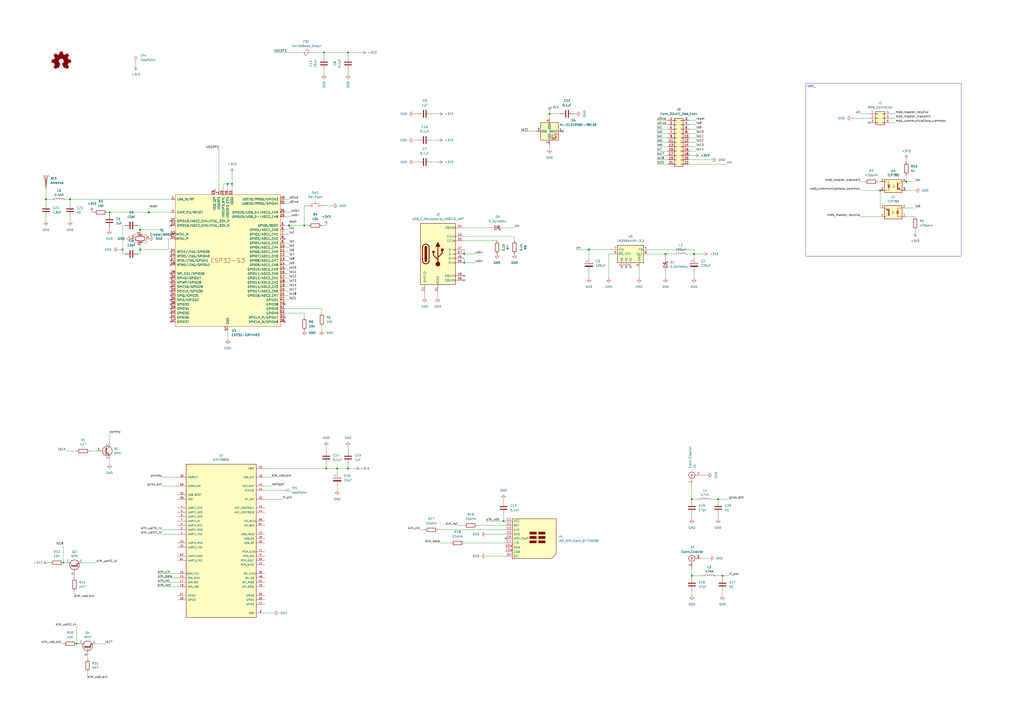
<source format=kicad_sch>
(kicad_sch (version 20250114) (generator "eeschema") (generator_version "9.0")
  (paper "A2")
  (text_box "VMC_" (at 467.36 48.26 0) (size 90.17 100.33) (margins 0.9525 0.9525 0.9525 0.9525) (effects (font (size 1.27 1.27)) (justify left top)))
  (junction (at 189.23 271.78))
  (junction (at 167.64 130.81))
  (junction (at 401.32 334.01))
  (junction (at 26.67 115.57))
  (junction (at 176.53 130.81))
  (junction (at 386.08 147.32))
  (junction (at 86.36 123.19))
  (junction (at 269.24 152.4))
  (junction (at 81.28 144.78))
  (junction (at 81.28 133.35))
  (junction (at 36.83 326.39))
  (junction (at 134.62 106.68))
  (junction (at 510.54 110.49))
  (junction (at 292.1 302.26))
  (junction (at 71.12 144.78))
  (junction (at 40.64 115.57))
  (junction (at 341.63 144.78))
  (junction (at 269.24 147.32))
  (junction (at 419.1 334.01))
  (junction (at 201.93 30.48))
  (junction (at 63.5 123.19))
  (junction (at 195.58 271.78))
  (junction (at 187.96 30.48))
  (junction (at 201.93 271.78))
  (junction (at 416.56 289.56))
  (junction (at 402.59 147.32))
  (junction (at 44.45 373.38))
  (junction (at 401.32 289.56))
  (junction (at 132.08 106.68))
  (junction (at 318.77 66.04))
  (junction (at 525.78 105.41))
  (no_connect (at 269.24 160.02))
  (no_connect (at 99.06 176.53))
  (no_connect (at 504.19 71.12))
  (no_connect (at 269.24 162.56))
  (no_connect (at 99.06 158.75))
  (no_connect (at 99.06 179.07))
  (no_connect (at 365.76 154.94))
  (no_connect (at 99.06 151.13))
  (no_connect (at 99.06 166.37))
  (no_connect (at 99.06 130.81))
  (no_connect (at 326.39 76.2))
  (no_connect (at 99.06 186.69))
  (no_connect (at 99.06 163.83))
  (no_connect (at 99.06 171.45))
  (no_connect (at 124.46 110.49))
  (no_connect (at 99.06 148.59))
  (no_connect (at 99.06 153.67))
  (no_connect (at 99.06 128.27))
  (no_connect (at 99.06 184.15))
  (no_connect (at 99.06 173.99))
  (no_connect (at 165.1 176.53))
  (no_connect (at 360.68 154.94))
  (no_connect (at 293.37 312.42))
  (no_connect (at 165.1 186.69))
  (no_connect (at 99.06 168.91))
  (no_connect (at 363.22 154.94))
  (no_connect (at 165.1 138.43))
  (no_connect (at 99.06 181.61))
  (no_connect (at 99.06 161.29))
  (no_connect (at 99.06 146.05))
  (no_connect (at 165.1 184.15))
  (wire (pts (xy 177.8 119.38) (xy 176.53 119.38)))
  (wire (pts (xy 26.67 115.57) (xy 30.48 115.57)))
  (wire (pts (xy 499.11 110.49) (xy 510.54 110.49)))
  (wire (pts (xy 35.56 373.38) (xy 36.83 373.38)))
  (wire (pts (xy 255.27 314.96) (xy 261.62 314.96)))
  (wire (pts (xy 102.87 335.28) (xy 91.44 335.28)))
  (wire (pts (xy 189.23 271.78) (xy 195.58 271.78)))
  (wire (pts (xy 201.93 269.24) (xy 201.93 271.78)))
  (wire (pts (xy 400.05 90.17) (xy 402.59 90.17)))
  (wire (pts (xy 318.77 64.77) (xy 318.77 66.04)))
  (wire (pts (xy 165.1 179.07) (xy 186.69 179.07)))
  (wire (pts (xy 499.11 105.41) (xy 501.65 105.41)))
  (wire (pts (xy 254 66.04) (xy 250.19 66.04)))
  (wire (pts (xy 254 172.72) (xy 254 170.18)))
  (wire (pts (xy 292.1 289.56) (xy 292.1 290.83)))
  (wire (pts (xy 525.78 110.49) (xy 530.86 110.49)))
  (wire (pts (xy 63.5 269.24) (xy 63.5 266.7)))
  (wire (pts (xy 405.13 289.56) (xy 401.32 289.56)))
  (wire (pts (xy 246.38 307.34) (xy 243.84 307.34)))
  (wire (pts (xy 516.89 71.12) (xy 519.43 71.12)))
  (wire (pts (xy 402.59 149.86) (xy 402.59 147.32)))
  (wire (pts (xy 353.06 147.32) (xy 355.6 147.32)))
  (wire (pts (xy 99.06 135.89) (xy 93.98 135.89)))
  (wire (pts (xy 71.12 147.32) (xy 72.39 147.32)))
  (wire (pts (xy 334.01 66.04) (xy 332.74 66.04)))
  (wire (pts (xy 325.12 66.04) (xy 318.77 66.04)))
  (wire (pts (xy 403.86 77.47) (xy 400.05 77.47)))
  (wire (pts (xy 381 95.25) (xy 387.35 95.25)))
  (wire (pts (xy 410.21 275.59) (xy 406.4 275.59)))
  (wire (pts (xy 269.24 137.16) (xy 298.45 137.16)))
  (wire (pts (xy 402.59 161.29) (xy 402.59 157.48)))
  (wire (pts (xy 530.86 133.35) (xy 530.86 134.62)))
  (wire (pts (xy 341.63 144.78) (xy 355.6 144.78)))
  (wire (pts (xy 195.58 271.78) (xy 201.93 271.78)))
  (wire (pts (xy 165.1 146.05) (xy 167.64 146.05)))
  (wire (pts (xy 80.01 147.32) (xy 81.28 147.32)))
  (wire (pts (xy 403.86 85.09) (xy 400.05 85.09)))
  (wire (pts (xy 165.1 173.99) (xy 167.64 173.99)))
  (wire (pts (xy 318.77 86.36) (xy 318.77 83.82)))
  (wire (pts (xy 43.18 342.9) (xy 43.18 346.71)))
  (wire (pts (xy 269.24 314.96) (xy 293.37 314.96)))
  (wire (pts (xy 63.5 124.46) (xy 63.5 123.19)))
  (wire (pts (xy 302.26 76.2) (xy 311.15 76.2)))
  (wire (pts (xy 189.23 269.24) (xy 189.23 271.78)))
  (wire (pts (xy 80.01 130.81) (xy 81.28 130.81)))
  (wire (pts (xy 201.93 30.48) (xy 201.93 33.02)))
  (wire (pts (xy 403.86 72.39) (xy 400.05 72.39)))
  (wire (pts (xy 158.75 30.48) (xy 175.26 30.48)))
  (wire (pts (xy 86.36 123.19) (xy 99.06 123.19)))
  (wire (pts (xy 165.1 123.19) (xy 168.91 123.19)))
  (wire (pts (xy 26.67 128.27) (xy 26.67 125.73)))
  (wire (pts (xy 334.01 144.78) (xy 341.63 144.78)))
  (wire (pts (xy 157.48 281.94) (xy 153.67 281.94)))
  (wire (pts (xy 97.79 144.78) (xy 97.79 138.43)))
  (wire (pts (xy 127 86.36) (xy 127 110.49)))
  (wire (pts (xy 62.23 123.19) (xy 63.5 123.19)))
  (wire (pts (xy 415.29 334.01) (xy 419.1 334.01)))
  (wire (pts (xy 165.1 163.83) (xy 167.64 163.83)))
  (wire (pts (xy 165.1 135.89) (xy 167.64 135.89)))
  (wire (pts (xy 381 87.63) (xy 387.35 87.63)))
  (wire (pts (xy 165.1 130.81) (xy 167.64 130.81)))
  (wire (pts (xy 167.64 129.54) (xy 167.64 130.81)))
  (wire (pts (xy 71.12 144.78) (xy 71.12 147.32)))
  (wire (pts (xy 165.1 181.61) (xy 176.53 181.61)))
  (wire (pts (xy 402.59 147.32) (xy 398.78 147.32)))
  (wire (pts (xy 391.16 147.32) (xy 386.08 147.32)))
  (wire (pts (xy 81.28 147.32) (xy 81.28 144.78)))
  (wire (pts (xy 176.53 119.38) (xy 176.53 130.81)))
  (wire (pts (xy 187.96 43.18) (xy 187.96 40.64)))
  (wire (pts (xy 412.75 92.71) (xy 400.05 92.71)))
  (wire (pts (xy 201.93 30.48) (xy 187.96 30.48)))
  (wire (pts (xy 63.5 123.19) (xy 86.36 123.19)))
  (wire (pts (xy 318.77 66.04) (xy 318.77 68.58)))
  (wire (pts (xy 403.86 80.01) (xy 400.05 80.01)))
  (wire (pts (xy 419.1 334.01) (xy 422.91 334.01)))
  (wire (pts (xy 246.38 170.18) (xy 246.38 172.72)))
  (wire (pts (xy 403.86 87.63) (xy 400.05 87.63)))
  (wire (pts (xy 132.08 191.77) (xy 132.08 196.85)))
  (wire (pts (xy 381 80.01) (xy 387.35 80.01)))
  (wire (pts (xy 165.1 166.37) (xy 167.64 166.37)))
  (wire (pts (xy 132.08 110.49) (xy 132.08 106.68)))
  (wire (pts (xy 176.53 184.15) (xy 176.53 181.61)))
  (wire (pts (xy 240.03 81.28) (xy 242.57 81.28)))
  (wire (pts (xy 165.1 153.67) (xy 167.64 153.67)))
  (wire (pts (xy 401.32 334.01) (xy 401.32 335.28)))
  (wire (pts (xy 254 81.28) (xy 250.19 81.28)))
  (wire (pts (xy 187.96 30.48) (xy 187.96 33.02)))
  (wire (pts (xy 93.98 135.89) (xy 93.98 133.35)))
  (wire (pts (xy 341.63 149.86) (xy 341.63 144.78)))
  (wire (pts (xy 341.63 161.29) (xy 341.63 157.48)))
  (wire (pts (xy 412.75 289.56) (xy 416.56 289.56)))
  (wire (pts (xy 381 90.17) (xy 387.35 90.17)))
  (wire (pts (xy 54.61 123.19) (xy 53.34 123.19)))
  (wire (pts (xy 26.67 109.22) (xy 26.67 115.57)))
  (wire (pts (xy 153.67 271.78) (xy 189.23 271.78)))
  (wire (pts (xy 81.28 133.35) (xy 93.98 133.35)))
  (wire (pts (xy 163.83 289.56) (xy 153.67 289.56)))
  (wire (pts (xy 416.56 300.99) (xy 416.56 298.45)))
  (wire (pts (xy 525.78 105.41) (xy 530.86 105.41)))
  (wire (pts (xy 129.54 110.49) (xy 129.54 106.68)))
  (wire (pts (xy 165.1 140.97) (xy 167.64 140.97)))
  (wire (pts (xy 386.08 157.48) (xy 386.08 161.29)))
  (wire (pts (xy 381 85.09) (xy 387.35 85.09)))
  (wire (pts (xy 195.58 284.48) (xy 195.58 281.94)))
  (wire (pts (xy 36.83 326.39) (xy 38.1 326.39)))
  (wire (pts (xy 40.64 128.27) (xy 40.64 125.73)))
  (wire (pts (xy 402.59 144.78) (xy 402.59 147.32)))
  (wire (pts (xy 386.08 149.86) (xy 386.08 147.32)))
  (wire (pts (xy 407.67 334.01) (xy 401.32 334.01)))
  (wire (pts (xy 38.1 261.62) (xy 44.45 261.62)))
  (wire (pts (xy 40.64 115.57) (xy 99.06 115.57)))
  (wire (pts (xy 26.67 118.11) (xy 26.67 115.57)))
  (wire (pts (xy 186.69 189.23) (xy 186.69 191.77)))
  (wire (pts (xy 381 72.39) (xy 387.35 72.39)))
  (wire (pts (xy 63.5 133.35) (xy 63.5 132.08)))
  (wire (pts (xy 254 93.98) (xy 250.19 93.98)))
  (wire (pts (xy 403.86 69.85) (xy 400.05 69.85)))
  (wire (pts (xy 240.03 93.98) (xy 242.57 93.98)))
  (wire (pts (xy 375.92 144.78) (xy 402.59 144.78)))
  (wire (pts (xy 186.69 130.81) (xy 189.23 130.81)))
  (wire (pts (xy 71.12 130.81) (xy 71.12 144.78)))
  (wire (pts (xy 292.1 298.45) (xy 292.1 302.26)))
  (wire (pts (xy 353.06 161.29) (xy 353.06 147.32)))
  (wire (pts (xy 134.62 100.33) (xy 134.62 106.68)))
  (wire (pts (xy 52.07 261.62) (xy 55.88 261.62)))
  (wire (pts (xy 381 77.47) (xy 387.35 77.47)))
  (wire (pts (xy 187.96 119.38) (xy 193.04 119.38)))
  (wire (pts (xy 50.8 389.89) (xy 50.8 393.7)))
  (wire (pts (xy 134.62 106.68) (xy 134.62 110.49)))
  (wire (pts (xy 165.1 168.91) (xy 167.64 168.91)))
  (wire (pts (xy 167.64 158.75) (xy 165.1 158.75)))
  (wire (pts (xy 381 82.55) (xy 387.35 82.55)))
  (wire (pts (xy 201.93 259.08) (xy 201.93 261.62)))
  (wire (pts (xy 370.84 161.29) (xy 370.84 154.94)))
  (wire (pts (xy 293.37 309.88) (xy 281.94 309.88)))
  (wire (pts (xy 416.56 289.56) (xy 416.56 290.83)))
  (wire (pts (xy 401.32 300.99) (xy 401.32 298.45)))
  (wire (pts (xy 407.67 147.32) (xy 402.59 147.32)))
  (wire (pts (xy 269.24 139.7) (xy 288.29 139.7)))
  (wire (pts (xy 40.64 118.11) (xy 40.64 115.57)))
  (wire (pts (xy 254 307.34) (xy 293.37 307.34)))
  (wire (pts (xy 179.07 130.81) (xy 176.53 130.81)))
  (wire (pts (xy 50.8 382.27) (xy 50.8 381)))
  (wire (pts (xy 403.86 82.55) (xy 400.05 82.55)))
  (wire (pts (xy 516.89 68.58) (xy 519.43 68.58)))
  (wire (pts (xy 209.55 30.48) (xy 201.93 30.48)))
  (wire (pts (xy 81.28 134.62) (xy 81.28 133.35)))
  (wire (pts (xy 421.64 95.25) (xy 400.05 95.25)))
  (wire (pts (xy 403.86 74.93) (xy 400.05 74.93)))
  (wire (pts (xy 81.28 144.78) (xy 81.28 142.24)))
  (wire (pts (xy 411.48 323.85) (xy 406.4 323.85)))
  (wire (pts (xy 201.93 43.18) (xy 201.93 40.64)))
  (wire (pts (xy 167.64 130.81) (xy 176.53 130.81)))
  (wire (pts (xy 381 92.71) (xy 387.35 92.71)))
  (wire (pts (xy 269.24 149.86) (xy 269.24 152.4)))
  (wire (pts (xy 93.98 281.94) (xy 102.87 281.94)))
  (wire (pts (xy 165.1 133.35) (xy 167.64 133.35)))
  (wire (pts (xy 499.11 66.04) (xy 504.19 66.04)))
  (wire (pts (xy 163.83 284.48) (xy 153.67 284.48)))
  (wire (pts (xy 165.1 156.21) (xy 167.64 156.21)))
  (wire (pts (xy 401.32 328.93) (xy 401.32 334.01)))
  (wire (pts (xy 381 74.93) (xy 387.35 74.93)))
  (wire (pts (xy 281.94 322.58) (xy 293.37 322.58)))
  (wire (pts (xy 525.78 120.65) (xy 530.86 120.65)))
  (wire (pts (xy 292.1 302.26) (xy 281.94 302.26)))
  (wire (pts (xy 189.23 259.08) (xy 189.23 261.62)))
  (wire (pts (xy 265.43 304.8) (xy 269.24 304.8)))
  (wire (pts (xy 269.24 147.32) (xy 275.59 147.32)))
  (wire (pts (xy 165.1 171.45) (xy 167.64 171.45)))
  (wire (pts (xy 494.03 68.58) (xy 504.19 68.58)))
  (wire (pts (xy 55.88 326.39) (xy 48.26 326.39)))
  (wire (pts (xy 293.37 304.8) (xy 276.86 304.8)))
  (wire (pts (xy 499.11 125.73) (xy 510.54 125.73)))
  (wire (pts (xy 401.32 345.44) (xy 401.32 342.9)))
  (wire (pts (xy 187.96 30.48) (xy 180.34 30.48)))
  (wire (pts (xy 91.44 332.74) (xy 102.87 332.74)))
  (wire (pts (xy 97.79 138.43) (xy 99.06 138.43)))
  (wire (pts (xy 27.94 326.39) (xy 29.21 326.39)))
  (wire (pts (xy 43.18 335.28) (xy 43.18 334.01)))
  (wire (pts (xy 40.64 115.57) (xy 38.1 115.57)))
  (wire (pts (xy 416.56 289.56) (xy 422.91 289.56)))
  (wire (pts (xy 292.1 132.08) (xy 298.45 132.08)))
  (wire (pts (xy 102.87 337.82) (xy 91.44 337.82)))
  (wire (pts (xy 102.87 340.36) (xy 91.44 340.36)))
  (wire (pts (xy 63.5 251.46) (xy 63.5 256.54)))
  (wire (pts (xy 165.1 151.13) (xy 167.64 151.13)))
  (wire (pts (xy 509.27 105.41) (xy 510.54 105.41)))
  (wire (pts (xy 401.32 289.56) (xy 401.32 290.83)))
  (wire (pts (xy 525.78 92.71) (xy 525.78 93.98)))
  (wire (pts (xy 71.12 130.81) (xy 72.39 130.81)))
  (wire (pts (xy 165.1 148.59) (xy 167.64 148.59)))
  (wire (pts (xy 401.32 280.67) (xy 401.32 289.56)))
  (wire (pts (xy 157.48 276.86) (xy 153.67 276.86)))
  (wire (pts (xy 165.1 115.57) (xy 167.64 115.57)))
  (wire (pts (xy 186.69 179.07) (xy 186.69 181.61)))
  (wire (pts (xy 44.45 363.22) (xy 44.45 373.38)))
  (wire (pts (xy 93.98 276.86) (xy 102.87 276.86)))
  (wire (pts (xy 81.28 144.78) (xy 97.79 144.78)))
  (wire (pts (xy 386.08 147.32) (xy 375.92 147.32)))
  (wire (pts (xy 525.78 101.6) (xy 525.78 105.41)))
  (wire (pts (xy 60.96 373.38) (xy 55.88 373.38)))
  (wire (pts (xy 165.1 161.29) (xy 167.64 161.29)))
  (wire (pts (xy 81.28 130.81) (xy 81.28 133.35)))
  (wire (pts (xy 129.54 106.68) (xy 132.08 106.68)))
  (wire (pts (xy 165.1 143.51) (xy 167.64 143.51)))
  (wire (pts (xy 419.1 345.44) (xy 419.1 342.9)))
  (wire (pts (xy 165.1 118.11) (xy 167.64 118.11)))
  (wire (pts (xy 516.89 66.04) (xy 519.43 66.04)))
  (wire (pts (xy 78.74 38.1) (xy 78.74 36.83)))
  (wire (pts (xy 86.36 120.65) (xy 86.36 123.19)))
  (wire (pts (xy 93.98 307.34) (xy 102.87 307.34)))
  (wire (pts (xy 269.24 144.78) (xy 269.24 147.32)))
  (wire (pts (xy 293.37 302.26) (xy 292.1 302.26)))
  (wire (pts (xy 381 69.85) (xy 387.35 69.85)))
  (wire (pts (xy 419.1 334.01) (xy 419.1 335.28)))
  (wire (pts (xy 510.54 110.49) (xy 510.54 120.65)))
  (wire (pts (xy 269.24 132.08) (xy 284.48 132.08)))
  (wire (pts (xy 240.03 66.04) (xy 242.57 66.04)))
  (wire (pts (xy 44.45 373.38) (xy 45.72 373.38)))
  (wire (pts (xy 68.58 144.78) (xy 71.12 144.78)))
  (wire (pts (xy 269.24 152.4) (xy 275.59 152.4)))
  (wire (pts (xy 298.45 137.16) (xy 298.45 139.7)))
  (wire (pts (xy 201.93 271.78) (xy 205.74 271.78)))
  (wire (pts (xy 525.78 125.73) (xy 530.86 125.73)))
  (wire (pts (xy 195.58 274.32) (xy 195.58 271.78)))
  (wire (pts (xy 36.83 316.23) (xy 36.83 326.39)))
  (wire (pts (xy 132.08 106.68) (xy 134.62 106.68)))
  (wire (pts (xy 93.98 309.88) (xy 102.87 309.88)))
  (wire (pts (xy 165.1 125.73) (xy 168.91 125.73)))
  (wire (pts (xy 158.75 355.6) (xy 153.67 355.6)))
  (label "u0txd" (at 167.64 115.57 0))
  (label "reset" (at 86.36 120.65 0))
  (label "io18" (at 381 92.71 0))
  (label "usb+" (at 168.91 123.19 0))
  (label "sim_vdd" (at 91.44 340.36 0))
  (label "vin" (at 334.01 144.78 0))
  (label "vin" (at 298.45 132.08 0))
  (label "io1" (at 381 74.93 0))
  (label "sim_vdd_ext" (at 43.18 346.71 0))
  (label "io21" (at 302.26 76.2 0))
  (label "usb+" (at 275.59 152.4 0))
  (label "VDD3P3" (at 127 86.36 180))
  (label "reset" (at 403.86 69.85 0))
  (label "boot" (at 167.64 129.54 0))
  (label "sim_rst" (at 91.44 337.82 0))
  (label "io5" (at 381 82.55 0))
  (label "io7" (at 381 87.63 0))
  (label "sim_vdd_ext" (at 35.56 373.38 180))
  (label "sim_clk" (at 243.84 307.34 180))
  (label "io5" (at 530.86 120.65 0))
  (label "usb-" (at 168.91 125.73 0))
  (label "io9" (at 167.64 153.67 0))
  (label "sim_clk" (at 91.44 332.74 0))
  (label "sim_uart1_rx" (at 93.98 307.34 180))
  (label "io2" (at 167.64 135.89 0))
  (label "sim_uart1_rx" (at 44.45 363.22 180))
  (label "sim_rst" (at 265.43 304.8 180))
  (label "io14" (at 403.86 87.63 0))
  (label "usb-" (at 275.59 147.32 0))
  (label "io17" (at 381 90.17 0))
  (label "io1" (at 167.64 133.35 0))
  (label "io12" (at 167.64 161.29 0))
  (label "mdb_master_receive" (at 499.11 125.73 180))
  (label "io13" (at 167.64 163.83 0))
  (label "mdb_master_transmit" (at 499.11 105.41 180))
  (label "sim_uart1_tx" (at 93.98 309.88 180))
  (label "io14" (at 167.64 166.37 0))
  (label "pwrkey" (at 63.5 251.46 0))
  (label "io4" (at 381 80.01 0))
  (label "sim_vdd_ext" (at 157.48 276.86 0))
  (label "mdb_master_receive" (at 519.43 66.04 0))
  (label "mdb_communications_common" (at 519.43 71.12 0))
  (label "io12" (at 403.86 82.55 0))
  (label "sim_data" (at 255.27 314.96 180))
  (label "io10" (at 167.64 156.21 0))
  (label "io6" (at 167.64 146.05 0))
  (label "u0rxd" (at 167.64 118.11 0))
  (label "gnss_ant" (at 93.98 281.94 180))
  (label "io8" (at 167.64 151.13 0))
  (label "io6" (at 381 85.09 0))
  (label "io2" (at 381 77.47 0))
  (label "io4" (at 167.64 140.97 0))
  (label "io11" (at 167.64 158.75 0))
  (label "sim_data" (at 91.44 335.28 0))
  (label "VDD3P3" (at 158.75 30.48 0))
  (label "io11" (at 403.86 80.01 0))
  (label "io21" (at 167.64 173.99 0))
  (label "io14" (at 38.1 261.62 180))
  (label "io4" (at 530.86 105.41 0))
  (label "io18" (at 167.64 171.45 0))
  (label "io7" (at 167.64 148.59 0))
  (label "io18" (at 36.83 316.23 180))
  (label "io10" (at 403.86 77.47 0))
  (label "io17" (at 60.96 373.38 0))
  (label "io5" (at 167.64 143.51 0))
  (label "mdb_master_transmit" (at 519.43 68.58 0))
  (label "sim_vdd_ext" (at 50.8 393.7 0))
  (label "io17" (at 167.64 168.91 0))
  (label "u0txd" (at 381 69.85 0))
  (label "io21" (at 381 95.25 0))
  (label "io9" (at 403.86 74.93 0))
  (label "u0rxd" (at 381 72.39 0))
  (label "io13" (at 403.86 85.09 0))
  (label "sim_vdd" (at 281.94 302.26 0))
  (label "vin" (at 499.11 66.04 180))
  (label "rf_ant" (at 163.83 289.56 0))
  (label "vin" (at 421.64 95.25 0))
  (label "rf_ant" (at 422.91 334.01 0))
  (label "mdb_communications_common" (at 499.11 110.49 180))
  (label "sim_uart1_tx" (at 55.88 326.39 0))
  (label "pwrkey" (at 93.98 276.86 180))
  (label "netlight" (at 157.48 281.94 0))
  (label "io8" (at 403.86 72.39 0))
  (label "gnss_ant" (at 422.91 289.56 0))
  (symbol (lib_id "Device:R") (at 50.8 386.08 180) (unit 1)
    (property "Reference" "R21" (at 53.34 384.8099 0) (effects (justify right)))
    (property "Value" "4K7" (at 53.34 387.3499 0) (effects (justify right)))
    (property "Footprint" "Resistor_SMD:R_0603_1608Metric" (effects (hide yes)))
    (property "LCSC#" "C23162" (effects (hide yes)))
  )
  (symbol (lib_id "power:GND") (at 411.48 323.85 90) (unit 1)
    (property "Reference" "#PWR056" (effects (hide yes)))
    (property "Value" "GND" (at 415.29 323.8499 90) (effects (justify right)))
  )
  (symbol (lib_id "power:GND") (at 132.08 196.85 0) (unit 1)
    (property "Reference" "#PWR026" (effects (hide yes)))
    (property "Value" "GND" (at 132.08 201.93 0))
  )
  (symbol (lib_id "power:+3V3") (at 525.78 92.71 0) (unit 1)
    (property "Reference" "#PWR012" (effects (hide yes)))
    (property "Value" "+3V3" (at 525.78 87.63 0))
  )
  (symbol (lib_id "power:+3V3") (at 402.59 90.17 270) (unit 1)
    (property "Reference" "#PWR030" (effects (hide yes)))
    (property "Value" "+3V3" (at 406.4 90.17 90) (effects (justify left)))
  )
  (symbol (lib_id "power:+3V3") (at 530.86 134.62 180) (unit 1)
    (property "Reference" "#PWR019" (effects (hide yes)))
    (property "Value" "+3V3" (at 530.86 139.7 0))
  )
  (symbol (lib_id "power:GND") (at 412.75 92.71 90) (unit 1)
    (property "Reference" "#PWR033" (effects (hide yes)))
    (property "Value" "GND" (at 416.56 92.71 90) (effects (justify right)))
  )
  (symbol (lib_id "Device:C") (at 201.93 36.83 180) (unit 1)
    (property "Reference" "C8" (at 194.31 36.83 90))
    (property "Value" "0.1uF" (at 196.85 36.83 90))
    (property "Footprint" "Capacitor_SMD:C_0603_1608Metric" (effects (hide yes)))
    (property "LCSC#" "C5137636" (effects (hide yes)))
  )
  (symbol (lib_id "power:+3V3") (at 318.77 64.77 0) (unit 1)
    (property "Reference" "#PWR035" (effects (hide yes)))
    (property "Value" "+3V3" (at 318.77 62.23 0) (effects (justify left)))
  )
  (symbol (lib_id "power:GND") (at 334.01 66.04 90) (unit 1)
    (property "Reference" "#PWR029" (effects (hide yes)))
    (property "Value" "GND" (at 339.09 66.04 0))
  )
  (symbol (lib_id "Isolator:TLP785") (at 518.16 107.95 0) (unit 1)
    (property "Reference" "U4" (at 518.16 99.06 0))
    (property "Value" "TLP785" (at 518.16 101.6 0))
    (property "Footprint" "Package_SO:SOP-4_3.8x4.1mm_P2.54mm" (effects (hide yes)))
    (property "Datasheet" "https://toshiba.semicon-storage.com/info/docget.jsp?did=10569&prodName=TLP785" (effects (hide yes)))
    (property "Description" "DC Optocoupler, Vce 80V, CTR 50-200%, DIP4" (effects (hide yes)))
    (property "LCSC#" "C128776" (effects (hide yes)))
  )
  (symbol (lib_id "Connector:JAE_SIM_Card_SF72S006") (at 293.37 312.42 0) (unit 1)
    (property "Reference" "J4" (at 323.85 311.1499 0) (effects (justify left)))
    (property "Value" "JAE_SIM_Card_SF72S006" (at 323.85 313.6899 0) (effects (justify left)))
    (property "Footprint" "Connector_JAE:JAE_SIM_Card_SF72S006" (effects (hide yes)))
    (property "Datasheet" "https://www.jae.com/direct/topics/topics_file_download/topics_id=68892&ext_no=06&index=0&_lang=en&v=202003111511468456809" (effects (hide yes)))
    (property "Description" "Nano-SIM Card (4FF) connector with Detect Switch" (effects (hide yes)))
    (property "LCSC#" "C2977286" (effects (hide yes)))
  )
  (symbol (lib_id "Graphic:Logo_Open_Hardware_Small") (at 35.56 35.56 0) (unit 1) (exclude_from_sim yes) (in_bom no) (on_board no)
    (property "Reference" "#SYM2" (effects (hide yes)))
    (property "Value" "Logo_Open_Hardware_Small" (effects (hide yes)))
    (property "Footprint" "Symbol:OSHW-Logo2_14.6x12mm_SilkScreen" (effects (hide yes)))
    (property "Description" "Open Hardware logo, small" (effects (hide yes)))
  )
  (symbol (lib_id "Device:L") (at 408.94 289.56 90) (unit 1)
    (property "Reference" "L4" (at 408.94 284.48 90))
    (property "Value" "47nh" (at 408.94 287.02 90))
    (property "Footprint" "Inductor_SMD:L_0603_1608Metric" (effects (hide yes)))
    (property "LCSC#" "C2042508" (effects (hide yes)))
  )
  (symbol (lib_id "Device:C") (at 189.23 265.43 180) (unit 1)
    (property "Reference" "C14" (at 193.04 264.1599 0) (effects (justify right)))
    (property "Value" "0.1uF" (at 193.04 266.6999 0) (effects (justify right)))
    (property "Footprint" "Capacitor_SMD:C_0603_1608Metric" (effects (hide yes)))
    (property "LCSC#" "C5137636" (effects (hide yes)))
  )
  (symbol (lib_id "Device:R") (at 530.86 129.54 180) (unit 1)
    (property "Reference" "R5" (at 533.4 128.2699 0) (effects (justify right)))
    (property "Value" "470ohm" (at 533.4 130.8099 0) (effects (justify right)))
    (property "Footprint" "Resistor_SMD:R_0603_1608Metric" (effects (hide yes)))
    (property "Description" "Resistor" (effects (hide yes)))
    (property "LCSC#" "C114669" (effects (hide yes)))
  )
  (symbol (lib_id "power:+3V3") (at 254 81.28 270) (unit 1)
    (property "Reference" "#PWR039" (effects (hide yes)))
    (property "Value" "+3V3" (at 257.81 81.2799 90) (effects (justify left)))
  )
  (symbol (lib_id "Device:R") (at 33.02 326.39 270) (unit 1)
    (property "Reference" "R12" (at 33.02 320.04 90))
    (property "Value" "10K" (at 33.02 322.58 90))
    (property "Footprint" "Resistor_SMD:R_0603_1608Metric" (effects (hide yes)))
    (property "LCSC#" "C98220" (effects (hide yes)))
  )
  (symbol (lib_id "Simulation_SPICE:NPN") (at 60.96 261.62 0) (unit 1)
    (property "Reference" "Q1" (at 66.04 260.3499 0) (effects (justify left)))
    (property "Value" "NPN" (at 66.04 262.8899 0) (effects (justify left)))
    (property "Datasheet" "https://ngspice.sourceforge.io/docs/ngspice-html-manual/manual.xhtml#cha_BJTs" (effects (hide yes)))
    (property "Description" "Bipolar transistor symbol for simulation only, substrate tied to the emitter" (effects (hide yes)))
    (property "Sim.Device" "NPN" (effects (hide yes)))
    (property "Sim.Type" "GUMMELPOON" (effects (hide yes)))
    (property "Sim.Pins" "1=C 2=B 3=E" (effects (hide yes)))
    (property "LCSC#" "C916374" (effects (hide yes)))
  )
  (symbol (lib_id "power:GND") (at 86.36 138.43 90) (unit 1)
    (property "Reference" "#PWR05" (effects (hide yes)))
    (property "Value" "GND" (at 90.17 138.4299 90) (effects (justify right)))
  )
  (symbol (lib_id "power:GND") (at 370.84 161.29 0) (unit 1)
    (property "Reference" "#PWR08" (effects (hide yes)))
    (property "Value" "GND" (at 370.84 166.37 0))
  )
  (symbol (lib_id "Switch:SW_Push") (at 182.88 119.38 0) (unit 1)
    (property "Reference" "SW1" (at 182.88 111.76 0))
    (property "Value" "SW_Push" (at 182.88 114.3 0))
    (property "Footprint" "Button_Switch_SMD:SW_Tactile_SPST_NO_Straight_CK_PTS636Sx25SMTRLFS" (effects (hide yes)))
    (property "LCSC#" "C42435421" (effects (hide yes)))
  )
  (symbol (lib_id "power:+3V3") (at 189.23 130.81 0) (unit 1)
    (property "Reference" "#PWR017" (effects (hide yes)))
    (property "Value" "+3V3" (at 189.23 125.73 0))
  )
  (symbol (lib_id "LED:WS2812B-2020") (at 318.77 76.2 0) (unit 1)
    (property "Reference" "D4" (at 332.74 69.7798 0))
    (property "Value" "XL-2121RGBC-2812B" (at 335.28 72.39 0))
    (property "Footprint" "LED_SMD:LED_WS2812B-2020_PLCC4_2.0x2.0mm" (effects (hide yes)))
    (property "Datasheet" "https://cdn-shop.adafruit.com/product-files/4684/4684_WS2812B-2020_V1.3_EN.pdf" (effects (hide yes)))
    (property "Description" "RGB LED with integrated controller, 2.0 x 2.0 mm, 12 mA" (effects (hide yes)))
    (property "LCSC#" "C5349957" (effects (hide yes)))
  )
  (symbol (lib_id "power:GND") (at 63.5 133.35 0) (unit 1)
    (property "Reference" "#PWR06" (effects (hide yes)))
    (property "Value" "GND" (at 63.5 138.43 0))
  )
  (symbol (lib_id "Device:R") (at 40.64 373.38 270) (unit 1)
    (property "Reference" "R20" (at 40.64 367.03 90))
    (property "Value" "10K" (at 40.64 369.57 90))
    (property "Footprint" "Resistor_SMD:R_0603_1608Metric" (effects (hide yes)))
    (property "LCSC#" "C98220" (effects (hide yes)))
  )
  (symbol (lib_id "Device:C") (at 419.1 339.09 180) (unit 1)
    (property "Reference" "C17" (at 422.91 337.8199 0) (effects (justify right)))
    (property "Value" "NC" (at 422.91 340.3599 0) (effects (justify right)))
    (property "Footprint" "Capacitor_SMD:C_0603_1608Metric" (effects (hide yes)))
  )
  (symbol (lib_id "Simulation_SPICE:NPN") (at 43.18 328.93 90) (unit 1)
    (property "Reference" "Q2" (at 43.18 320.04 90))
    (property "Value" "NPN" (at 43.18 322.58 90))
    (property "Datasheet" "https://ngspice.sourceforge.io/docs/ngspice-html-manual/manual.xhtml#cha_BJTs" (effects (hide yes)))
    (property "Description" "Bipolar transistor symbol for simulation only, substrate tied to the emitter" (effects (hide yes)))
    (property "Sim.Device" "NPN" (effects (hide yes)))
    (property "Sim.Type" "GUMMELPOON" (effects (hide yes)))
    (property "Sim.Pins" "1=C 2=B 3=E" (effects (hide yes)))
    (property "LCSC#" "C916374" (effects (hide yes)))
  )
  (symbol (lib_id "power:+3V3") (at 53.34 123.19 0) (unit 1)
    (property "Reference" "#PWR014" (effects (hide yes)))
    (property "Value" "+3V3" (at 53.34 118.11 0))
  )
  (symbol (lib_id "power:GND") (at 281.94 309.88 270) (unit 1)
    (property "Reference" "#PWR043" (effects (hide yes)))
    (property "Value" "GND" (at 278.13 309.8799 90) (effects (justify right)))
  )
  (symbol (lib_id "power:GND") (at 530.86 110.49 90) (unit 1)
    (property "Reference" "#PWR016" (effects (hide yes)))
    (property "Value" "GND" (at 534.67 110.4899 90) (effects (justify right)))
  )
  (symbol (lib_id "power:+3V3") (at 27.94 326.39 90) (unit 1)
    (property "Reference" "#PWR058" (effects (hide yes)))
    (property "Value" "+3V3" (at 24.638 326.39 90) (effects (justify left)))
  )
  (symbol (lib_id "Connector:USB_C_Receptacle_USB2.0_16P") (at 254 147.32 0) (unit 1)
    (property "Reference" "J2" (at 254 124.46 0))
    (property "Value" "USB_C_Receptacle_USB2.0_16P" (at 254 127 0))
    (property "Footprint" "Connector_USB:USB_C_Receptacle_G-Switch_GT-USB-7010ASV" (effects (hide yes)))
    (property "Datasheet" "https://www.usb.org/sites/default/files/documents/usb_type-c.zip" (effects (hide yes)))
    (property "Description" "USB 2.0-only 16P Type-C Receptacle connector" (effects (hide yes)))
    (property "LCSC#" "C2988369" (effects (hide yes)))
  )
  (symbol (lib_id "Device:C") (at 201.93 265.43 180) (unit 1)
    (property "Reference" "C15" (at 205.74 264.1599 0) (effects (justify right)))
    (property "Value" "1uF" (at 205.74 266.6999 0) (effects (justify right)))
    (property "Footprint" "Capacitor_SMD:C_0603_1608Metric" (effects (hide yes)))
    (property "LCSC#" "C6119849" (effects (hide yes)))
  )
  (symbol (lib_id "Connector_Generic:Conn_02x11_Odd_Even") (at 392.43 82.55 0) (unit 1)
    (property "Reference" "J3" (at 393.7 63.5 0))
    (property "Value" "Conn_02x11_Odd_Even" (at 393.7 66.04 0))
    (property "Footprint" "Connector_PinHeader_2.54mm:PinHeader_2x11_P2.54mm_Vertical" (effects (hide yes)))
    (property "Description" "Generic connector, double row, 02x11, odd/even pin numbering scheme (row 1 odd numbers, row 2 even numbers), script generated (kicad-library-utils/schlib/autogen/connector/)" (effects (hide yes)))
    (property "LCSC#" "C41375952" (effects (hide yes)))
  )
  (symbol (lib_id "SIM7080g:SIM7080G") (at 128.27 312.42 0) (unit 1)
    (property "Reference" "U2" (at 128.27 264.16 0))
    (property "Value" "SIM7080G" (at 128.27 266.7 0))
    (property "Footprint" "SIM7080G:XCVR_SIM7080G" (effects (hide yes)))
    (property "MF" "SIMCom" (effects (hide yes)))
    (property "MAXIMUM_PACKAGE_HEIGHT" "2.6 mm" (effects (hide yes)))
    (property "Package" "Package" (effects (hide yes)))
    (property "Price" "None" (effects (hide yes)))
    (property "Check_prices" "https://www.snapeda.com/parts/SIM7080G/SIMCom/view-part/?ref=eda" (effects (hide yes)))
    (property "STANDARD" "Manufacturer Recommendation" (effects (hide yes)))
    (property "PARTREV" "1.04" (effects (hide yes)))
    (property "SnapEDA_Link" "https://www.snapeda.com/parts/SIM7080G/SIMCom/view-part/?ref=snap" (effects (hide yes)))
    (property "MP" "SIM7080G" (effects (hide yes)))
    (property "Description_1" "Cellular, Navigation Galileo, GLONASS, GPS, GNSS, LTE Transceiver Module 1.559GHz ~ 1.576GHz, 1.575GHz ~ 1.576GHz, 1.574GHz ~ 1.606GHz, 1.598GHz ~ 1.563GHz Antenna Not Included Surface Mount" (effects (hide yes)))
    (property "Availability" "In Stock" (effects (hide yes)))
    (property "MANUFACTURER" "SIMCOM" (effects (hide yes)))
  )
  (symbol (lib_id "power:+3V3") (at 134.62 100.33 0) (unit 1)
    (property "Reference" "#PWR011" (effects (hide yes)))
    (property "Value" "+3V3" (at 134.62 95.25 0))
  )
  (symbol (lib_id "power:+3V3") (at 254 93.98 270) (unit 1)
    (property "Reference" "#PWR020" (effects (hide yes)))
    (property "Value" "+3V3" (at 257.81 93.9799 90) (effects (justify left)))
  )
  (symbol (lib_id "Device:R") (at 298.45 143.51 0) (unit 1)
    (property "Reference" "R8" (at 304.8 143.51 90))
    (property "Value" "5.1k" (at 302.26 143.51 90))
    (property "Footprint" "Resistor_SMD:R_0603_1608Metric" (effects (hide yes)))
    (property "LCSC#" "C394543" (effects (hide yes)))
  )
  (symbol (lib_id "power:GND") (at 189.23 259.08 180) (unit 1)
    (property "Reference" "#PWR049" (effects (hide yes)))
    (property "Value" "GND" (at 189.23 254 0))
  )
  (symbol (lib_id "Device:C") (at 26.67 121.92 180) (unit 1)
    (property "Reference" "C22" (at 30.48 120.6499 0) (effects (justify right)))
    (property "Value" "1.8pf" (at 30.48 123.1899 0) (effects (justify right)))
    (property "Footprint" "Capacitor_SMD:C_0603_1608Metric" (effects (hide yes)))
    (property "LCSC#" "C376773" (effects (hide yes)))
  )
  (symbol (lib_id "power:GND") (at 401.32 345.44 0) (unit 1)
    (property "Reference" "#PWR051" (effects (hide yes)))
    (property "Value" "GND" (at 401.32 350.52 0))
  )
  (symbol (lib_id "power:GND") (at 63.5 269.24 0) (unit 1)
    (property "Reference" "#PWR057" (effects (hide yes)))
    (property "Value" "GND" (at 63.5 274.32 0))
  )
  (symbol (lib_id "Device:R") (at 182.88 130.81 90) (unit 1)
    (property "Reference" "R4" (at 182.88 124.46 90))
    (property "Value" "10k" (at 182.88 127 90))
    (property "Footprint" "Resistor_SMD:R_0603_1608Metric" (effects (hide yes)))
    (property "LCSC#" "C98220" (effects (hide yes)))
  )
  (symbol (lib_id "Device:C") (at 401.32 339.09 180) (unit 1)
    (property "Reference" "C18" (at 405.13 337.8199 0) (effects (justify right)))
    (property "Value" "27pf" (at 405.13 340.3599 0) (effects (justify right)))
    (property "Footprint" "Capacitor_SMD:C_0603_1608Metric" (effects (hide yes)))
  )
  (symbol (lib_id "power:GND") (at 186.69 191.77 0) (unit 1)
    (property "Reference" "#PWR025" (effects (hide yes)))
    (property "Value" "GND" (at 189.23 193.04 0) (effects (justify left)))
  )
  (symbol (lib_id "power:GND") (at 26.67 128.27 0) (unit 1)
    (property "Reference" "#PWR060" (effects (hide yes)))
    (property "Value" "GND" (at 26.67 133.35 0))
  )
  (symbol (lib_id "Regulator_Switching:LM2594HVM-3.3") (at 365.76 147.32 0) (unit 1)
    (property "Reference" "U5" (at 365.76 137.16 0))
    (property "Value" "LM2594HVM-3.3" (at 365.76 139.7 0))
    (property "Footprint" "Package_SO:SOIC-8_3.9x4.9mm_P1.27mm" (effects (hide yes)))
    (property "Datasheet" "http://www.ti.com/lit/ds/symlink/lm2594.pdf" (effects (hide yes)))
    (property "Description" "3.3V, 0.5A SIMPLE SWITCHER® Step-Down Voltage Regulator, Maximum VIN 60V, SOIC-8" (effects (hide yes)))
    (property "LCSC#" "C18057294" (effects (hide yes)))
  )
  (symbol (lib_id "Device:R") (at 288.29 143.51 0) (unit 1)
    (property "Reference" "R7" (at 294.64 143.51 90))
    (property "Value" "5.1k" (at 292.1 143.51 90))
    (property "Footprint" "Resistor_SMD:R_0603_1608Metric" (effects (hide yes)))
    (property "LCSC#" "C394543" (effects (hide yes)))
  )
  (symbol (lib_id "Device:C") (at 63.5 128.27 0) (unit 1)
    (property "Reference" "C1" (at 67.31 126.9999 0) (effects (justify left)))
    (property "Value" "1uF" (at 67.31 129.5399 0) (effects (justify left)))
    (property "Footprint" "Capacitor_SMD:C_0603_1608Metric" (effects (hide yes)))
    (property "LCSC#" "C6119849" (effects (hide yes)))
  )
  (symbol (lib_id "power:GND") (at 288.29 147.32 0) (unit 1)
    (property "Reference" "#PWR022" (effects (hide yes)))
    (property "Value" "GND" (at 288.29 152.4 0))
  )
  (symbol (lib_id "Device:C") (at 187.96 36.83 180) (unit 1)
    (property "Reference" "C11" (at 180.34 36.83 90))
    (property "Value" "10uF" (at 182.88 36.83 90))
    (property "Footprint" "Capacitor_SMD:C_0603_1608Metric" (effects (hide yes)))
    (property "LCSC#" "C6119864" (effects (hide yes)))
  )
  (symbol (lib_id "Device:C") (at 76.2 147.32 90) (unit 1)
    (property "Reference" "C6" (at 76.2 139.7 90))
    (property "Value" "12pF" (at 76.2 142.24 90))
    (property "Footprint" "Capacitor_SMD:C_0603_1608Metric" (effects (hide yes)))
    (property "LCSC#" "C363546" (effects (hide yes)))
  )
  (symbol (lib_id "Device:R") (at 525.78 97.79 0) (unit 1)
    (property "Reference" "R10" (at 528.32 96.5199 0) (effects (justify left)))
    (property "Value" "1k" (at 528.32 99.0599 0) (effects (justify left)))
    (property "Footprint" "Resistor_SMD:R_0603_1608Metric" (effects (hide yes)))
    (property "LCSC#" "C2907113" (effects (hide yes)))
  )
  (symbol (lib_id "Connector:TestPoint") (at 78.74 36.83 0) (unit 1)
    (property "Reference" "TP4" (at 81.28 32.2579 0) (effects (justify left)))
    (property "Value" "TestPoint" (at 81.28 34.7979 0) (effects (justify left)))
    (property "Footprint" "TestPoint:TestPoint_Pad_D1.0mm" (effects (hide yes)))
    (property "Description" "test point" (effects (hide yes)))
  )
  (symbol (lib_id "power:GND") (at 298.45 147.32 0) (unit 1)
    (property "Reference" "#PWR023" (effects (hide yes)))
    (property "Value" "GND" (at 298.45 152.4 0))
  )
  (symbol (lib_id "Device:R") (at 48.26 261.62 270) (unit 1)
    (property "Reference" "R1" (at 48.26 255.27 90))
    (property "Value" "4K7" (at 48.26 257.81 90))
    (property "Footprint" "Resistor_SMD:R_0603_1608Metric" (effects (hide yes)))
    (property "LCSC#" "C23162" (effects (hide yes)))
  )
  (symbol (lib_id "power:GND") (at 158.75 355.6 90) (unit 1)
    (property "Reference" "#PWR031" (effects (hide yes)))
    (property "Value" "GND" (at 162.56 355.5999 90) (effects (justify right)))
  )
  (symbol (lib_id "power:GND") (at 419.1 345.44 0) (unit 1)
    (property "Reference" "#PWR052" (effects (hide yes)))
    (property "Value" "GND" (at 419.1 350.52 0))
  )
  (symbol (lib_id "power:+3V3") (at 209.55 30.48 270) (unit 1)
    (property "Reference" "#PWR07" (effects (hide yes)))
    (property "Value" "+3V3" (at 213.36 30.4799 90) (effects (justify left)))
  )
  (symbol (lib_id "Device:C_Polarized") (at 195.58 278.13 0) (unit 1)
    (property "Reference" "C16" (at 199.39 275.9709 0) (effects (justify left)))
    (property "Value" "10uF" (at 199.39 278.5109 0) (effects (justify left)))
    (property "Footprint" "Capacitor_Tantalum_SMD:CP_EIA-3528-21_Kemet-B" (effects (hide yes)))
    (property "Description" "Polarized capacitor" (effects (hide yes)))
    (property "LCSC#" "C110053" (effects (hide yes)))
  )
  (symbol (lib_id "Device:R") (at 43.18 339.09 180) (unit 1)
    (property "Reference" "R11" (at 45.72 337.8199 0) (effects (justify right)))
    (property "Value" "4K7" (at 45.72 340.3599 0) (effects (justify right)))
    (property "Footprint" "Resistor_SMD:R_0603_1608Metric" (effects (hide yes)))
    (property "LCSC#" "C23162" (effects (hide yes)))
  )
  (symbol (lib_id "Device:C_Polarized") (at 402.59 153.67 0) (unit 1)
    (property "Reference" "C2" (at 406.4 151.5109 0) (effects (justify left)))
    (property "Value" "220uF" (at 406.4 154.0509 0) (effects (justify left)))
    (property "Footprint" "Capacitor_Tantalum_SMD:CP_EIA-3528-21_Kemet-B" (effects (hide yes)))
    (property "Description" "Polarized capacitor" (effects (hide yes)))
    (property "LCSC#" "C30242" (effects (hide yes)))
  )
  (symbol (lib_id "power:+3V3") (at 254 66.04 270) (unit 1)
    (property "Reference" "#PWR037" (effects (hide yes)))
    (property "Value" "+3V3" (at 257.81 66.0399 90) (effects (justify left)))
  )
  (symbol (lib_id "Connector:Conn_Coaxial") (at 401.32 323.85 90) (unit 1)
    (property "Reference" "J7" (at 401.6132 317.5 90))
    (property "Value" "Conn_Coaxial" (at 401.6132 320.04 90))
    (property "Footprint" "Connector_Coaxial:U.FL_Hirose_U.FL-R-SMT-1_Vertical" (effects (hide yes)))
    (property "Description" "coaxial connector (BNC, SMA, SMB, SMC, Cinch/RCA, LEMO, ...)" (effects (hide yes)))
    (property "LCSC#" "C88374" (effects (hide yes)))
  )
  (symbol (lib_id "power:+3V3") (at 407.67 147.32 270) (unit 1)
    (property "Reference" "#PWR041" (effects (hide yes)))
    (property "Value" "+3V3" (at 411.48 147.3199 90) (effects (justify left)))
  )
  (symbol (lib_id "Isolator:TLP785") (at 518.16 123.19 180) (unit 1)
    (property "Reference" "U1" (at 518.16 114.3 0))
    (property "Value" "TLP785" (at 518.16 116.84 0))
    (property "Footprint" "Package_SO:SOP-4_3.8x4.1mm_P2.54mm" (effects (hide yes)))
    (property "Datasheet" "https://toshiba.semicon-storage.com/info/docget.jsp?did=10569&prodName=TLP785" (effects (hide yes)))
    (property "Description" "DC Optocoupler, Vce 80V, CTR 50-200%, DIP4" (effects (hide yes)))
    (property "LCSC#" "C128776" (effects (hide yes)))
  )
  (symbol (lib_id "Device:C") (at 40.64 121.92 180) (unit 1)
    (property "Reference" "C21" (at 44.45 120.6499 0) (effects (justify right)))
    (property "Value" "NC" (at 44.45 123.1899 0) (effects (justify right)))
    (property "Footprint" "Capacitor_SMD:C_0603_1608Metric" (effects (hide yes)))
    (property "LCSC#" "C376773" (effects (hide yes)))
  )
  (symbol (lib_id "power:GND") (at 494.03 68.58 270) (unit 1)
    (property "Reference" "#PWR04" (effects (hide yes)))
    (property "Value" "GND" (at 490.22 68.5799 90) (effects (justify right)))
  )
  (symbol (lib_id "Device:R") (at 176.53 187.96 0) (unit 1)
    (property "Reference" "R9" (at 179.07 186.69 0) (effects (justify left)))
    (property "Value" "10k" (at 179.07 189.23 0) (effects (justify left)))
    (property "Footprint" "Resistor_SMD:R_0603_1608Metric" (effects (hide yes)))
    (property "LCSC#" "C98220" (effects (hide yes)))
  )
  (symbol (lib_id "power:GND") (at 240.03 66.04 270) (unit 1)
    (property "Reference" "#PWR036" (effects (hide yes)))
    (property "Value" "GND" (at 236.22 66.0399 90) (effects (justify right)))
  )
  (symbol (lib_id "Device:C") (at 246.38 93.98 90) (unit 1)
    (property "Reference" "C7" (at 246.38 86.36 90))
    (property "Value" "0.1uF" (at 246.38 88.9 90))
    (property "Footprint" "Capacitor_SMD:C_0603_1608Metric" (effects (hide yes)))
    (property "LCSC#" "C5137636" (effects (hide yes)))
  )
  (symbol (lib_id "power:GND") (at 416.56 300.99 0) (unit 1)
    (property "Reference" "#PWR054" (effects (hide yes)))
    (property "Value" "GND" (at 416.56 306.07 0))
  )
  (symbol (lib_id "Connector_Generic:Conn_02x03_Top_Bottom") (at 509.27 68.58 0) (unit 1)
    (property "Reference" "J1" (at 510.54 59.69 0))
    (property "Value" "MDB_Connector" (at 510.54 62.23 0))
    (property "Footprint" "Connector_Molex:Molex_Mini-Fit_Jr_5566-06A_2x03_P4.20mm_Vertical" (effects (hide yes)))
    (property "Description" "Generic connector, double row, 02x03, top/bottom pin numbering scheme (row 1: 1...pins_per_row, row2: pins_per_row+1 ... num_pins), script generated (kicad-library-utils/schlib/autogen/connector/)" (effects (hide yes)))
    (property "LCSC#" "C22365701" (effects (hide yes)))
  )
  (symbol (lib_id "Device:L") (at 411.48 334.01 90) (unit 1)
    (property "Reference" "L3" (at 411.48 328.93 90))
    (property "Value" "47nh" (at 411.48 331.47 90))
    (property "Footprint" "Inductor_SMD:L_0603_1608Metric" (effects (hide yes)))
  )
  (symbol (lib_id "power:GND") (at 240.03 93.98 270) (unit 1)
    (property "Reference" "#PWR010" (effects (hide yes)))
    (property "Value" "GND" (at 236.22 93.9799 90) (effects (justify right)))
  )
  (symbol (lib_id "Device:C") (at 401.32 294.64 180) (unit 1)
    (property "Reference" "C19" (at 405.13 293.3699 0) (effects (justify right)))
    (property "Value" "27pf" (at 405.13 295.9099 0) (effects (justify right)))
    (property "Footprint" "Capacitor_SMD:C_0603_1608Metric" (effects (hide yes)))
    (property "LCSC#" "C376773" (effects (hide yes)))
  )
  (symbol (lib_id "Device:D_Schottky") (at 386.08 153.67 270) (unit 1)
    (property "Reference" "D1" (at 388.62 152.0824 90) (effects (justify left)))
    (property "Value" "D_Schottky" (at 388.62 154.6224 90) (effects (justify left)))
    (property "Footprint" "Diode_SMD:D_SOD-123" (effects (hide yes)))
    (property "Description" "Schottky diode" (effects (hide yes)))
    (property "LCSC#" "C18195164" (effects (hide yes)))
  )
  (symbol (lib_id "Device:FerriteBead_Small") (at 177.8 30.48 90) (unit 1)
    (property "Reference" "FB1" (at 177.7619 24.13 90))
    (property "Value" "FerriteBead_Small" (at 177.7619 26.67 90))
    (property "Footprint" "Inductor_SMD:L_0603_1608Metric" (effects (hide yes)))
    (property "Description" "Ferrite bead, small symbol" (effects (hide yes)))
    (property "LCSC#" "C304319" (effects (hide yes)))
  )
  (symbol (lib_id "Device:R") (at 250.19 307.34 90) (unit 1)
    (property "Reference" "R17" (at 250.19 300.99 90))
    (property "Value" "22ohm" (at 250.19 303.53 90))
    (property "Footprint" "Resistor_SMD:R_0603_1608Metric" (effects (hide yes)))
    (property "LCSC#" "C23345" (effects (hide yes)))
  )
  (symbol (lib_id "power:GND") (at 187.96 43.18 0) (unit 1)
    (property "Reference" "#PWR021" (effects (hide yes)))
    (property "Value" "GND" (at 187.9599 46.99 90) (effects (justify right)))
  )
  (symbol (lib_id "Device:C") (at 416.56 294.64 180) (unit 1)
    (property "Reference" "C20" (at 420.37 293.3699 0) (effects (justify right)))
    (property "Value" "NC" (at 420.37 295.9099 0) (effects (justify right)))
    (property "Footprint" "Capacitor_SMD:C_0603_1608Metric" (effects (hide yes)))
    (property "LCSC#" "C376773" (effects (hide yes)))
  )
  (symbol (lib_id "Device:C") (at 246.38 66.04 90) (unit 1)
    (property "Reference" "C9" (at 246.38 58.42 90))
    (property "Value" "1uF" (at 246.38 60.96 90))
    (property "Footprint" "Capacitor_SMD:C_0603_1608Metric" (effects (hide yes)))
    (property "LCSC#" "C6119849" (effects (hide yes)))
  )
  (symbol (lib_id "Device:Crystal_GND24") (at 81.28 138.43 90) (unit 1)
    (property "Reference" "Y1" (at 93.98 133.4768 90))
    (property "Value" "Crystal_GND24" (at 93.98 136.0168 90))
    (property "Footprint" "Crystal:Crystal_SMD_3225-4Pin_3.2x2.5mm" (effects (hide yes)))
    (property "Description" "Four pin crystal, GND on pins 2 and 4" (effects (hide yes)))
    (property "LCSC#" "C7294599" (effects (hide yes)))
  )
  (symbol (lib_id "power:+3V3") (at 205.74 271.78 270) (unit 1)
    (property "Reference" "#PWR046" (effects (hide yes)))
    (property "Value" "+3V3" (at 209.042 271.78 90) (effects (justify left)))
  )
  (symbol (lib_id "Device:R") (at 186.69 185.42 0) (unit 1)
    (property "Reference" "R6" (at 189.23 184.15 0) (effects (justify left)))
    (property "Value" "10k" (at 189.23 186.69 0) (effects (justify left)))
    (property "Footprint" "Resistor_SMD:R_0603_1608Metric" (effects (hide yes)))
    (property "LCSC#" "C98220" (effects (hide yes)))
  )
  (symbol (lib_id "Device:C") (at 246.38 81.28 90) (unit 1)
    (property "Reference" "C10" (at 246.38 73.66 90))
    (property "Value" "0.1uF" (at 246.38 76.2 90))
    (property "Footprint" "Capacitor_SMD:C_0603_1608Metric" (effects (hide yes)))
    (property "LCSC#" "C5137636" (effects (hide yes)))
  )
  (symbol (lib_id "PCM_Espressif:ESP32-S3") (at 132.08 151.13 0) (unit 1)
    (property "Reference" "U3" (at 134.2741 191.77 0) (effects (justify left)))
    (property "Value" "ESP32-S3FH4R2" (at 134.2741 194.31 0) (effects (justify left)))
    (property "Footprint" "Package_DFN_QFN:QFN-56-1EP_7x7mm_P0.4mm_EP4x4mm" (effects (hide yes)))
    (property "Datasheet" "https://www.espressif.com/sites/default/files/documentation/esp32-s3_datasheet_en.pdf" (effects (hide yes)))
    (property "LCSC#" "C3013940" (effects (hide yes)))
  )
  (symbol (lib_id "Device:R") (at 273.05 304.8 90) (unit 1)
    (property "Reference" "R19" (at 273.05 298.45 90))
    (property "Value" "22ohm" (at 273.05 300.99 90))
    (property "Footprint" "Resistor_SMD:R_0603_1608Metric" (effects (hide yes)))
    (property "LCSC#" "C23345" (effects (hide yes)))
  )
  (symbol (lib_id "power:GND") (at 40.64 128.27 0) (unit 1)
    (property "Reference" "#PWR050" (effects (hide yes)))
    (property "Value" "GND" (at 40.64 133.35 0))
  )
  (symbol (lib_id "power:GND") (at 193.04 119.38 90) (unit 1)
    (property "Reference" "#PWR013" (effects (hide yes)))
    (property "Value" "GND" (at 196.85 119.3799 90) (effects (justify right)))
  )
  (symbol (lib_id "Connector:Conn_Coaxial") (at 401.32 275.59 90) (unit 1)
    (property "Reference" "J5" (at 402.8833 271.78 0) (effects (justify left)))
    (property "Value" "Conn_Coaxial" (at 400.3433 271.78 0) (effects (justify left)))
    (property "Footprint" "Connector_Coaxial:U.FL_Hirose_U.FL-R-SMT-1_Vertical" (effects (hide yes)))
    (property "Description" "coaxial connector (BNC, SMA, SMB, SMC, Cinch/RCA, LEMO, ...)" (effects (hide yes)))
    (property "LCSC#" "C88374" (effects (hide yes)))
  )
  (symbol (lib_id "Simulation_SPICE:NPN") (at 50.8 375.92 90) (unit 1)
    (property "Reference" "Q4" (at 50.8 367.03 90))
    (property "Value" "NPN" (at 50.8 369.57 90))
    (property "Datasheet" "https://ngspice.sourceforge.io/docs/ngspice-html-manual/manual.xhtml#cha_BJTs" (effects (hide yes)))
    (property "Description" "Bipolar transistor symbol for simulation only, substrate tied to the emitter" (effects (hide yes)))
    (property "Sim.Device" "NPN" (effects (hide yes)))
    (property "Sim.Type" "GUMMELPOON" (effects (hide yes)))
    (property "Sim.Pins" "1=C 2=B 3=E" (effects (hide yes)))
    (property "LCSC#" "C916374" (effects (hide yes)))
  )
  (symbol (lib_id "Device:C") (at 292.1 294.64 180) (unit 1)
    (property "Reference" "C13" (at 295.91 293.3699 0) (effects (justify right)))
    (property "Value" "0.1uF" (at 295.91 295.9099 0) (effects (justify right)))
    (property "Footprint" "Capacitor_SMD:C_0603_1608Metric" (effects (hide yes)))
    (property "LCSC#" "C5137636" (effects (hide yes)))
  )
  (symbol (lib_id "power:+3V3") (at 78.74 38.1 180) (unit 1)
    (property "Reference" "#PWR032" (effects (hide yes)))
    (property "Value" "+3V3" (at 78.74 43.18 0))
  )
  (symbol (lib_id "power:GND") (at 195.58 284.48 0) (unit 1)
    (property "Reference" "#PWR047" (effects (hide yes)))
    (property "Value" "GND" (at 195.58 289.56 0))
  )
  (symbol (lib_id "Device:L") (at 394.97 147.32 90) (unit 1)
    (property "Reference" "L2" (at 394.97 142.24 90))
    (property "Value" "100uH" (at 394.97 144.78 90))
    (property "Footprint" "Inductor_SMD:L_7.3x7.3_H3.5" (effects (hide yes)))
    (property "Description" "Inductor" (effects (hide yes)))
    (property "LCSC#" "C182195" (effects (hide yes)))
  )
  (symbol (lib_id "power:GND") (at 246.38 172.72 0) (unit 1)
    (property "Reference" "#PWR027" (effects (hide yes)))
    (property "Value" "GND" (at 246.38 177.8 0))
  )
  (symbol (lib_id "power:GND") (at 353.06 161.29 0) (unit 1)
    (property "Reference" "#PWR03" (effects (hide yes)))
    (property "Value" "GND" (at 353.06 166.37 0))
  )
  (symbol (lib_id "power:GND") (at 281.94 322.58 270) (unit 1)
    (property "Reference" "#PWR044" (effects (hide yes)))
    (property "Value" "GND" (at 278.13 322.5799 90) (effects (justify right)))
  )
  (symbol (lib_id "Connector:TestPoint") (at 163.83 284.48 270) (unit 1)
    (property "Reference" "TP1" (at 168.91 283.2099 90) (effects (justify left)))
    (property "Value" "TestPoint" (at 168.91 285.7499 90) (effects (justify left)))
    (property "Footprint" "TestPoint:TestPoint_Pad_D1.0mm" (effects (hide yes)))
    (property "Description" "test point" (effects (hide yes)))
  )
  (symbol (lib_id "power:GND") (at 386.08 161.29 0) (unit 1)
    (property "Reference" "#PWR09" (effects (hide yes)))
    (property "Value" "GND" (at 386.08 166.37 0))
  )
  (symbol (lib_id "power:GND") (at 201.93 259.08 180) (unit 1)
    (property "Reference" "#PWR048" (effects (hide yes)))
    (property "Value" "GND" (at 201.93 254 0))
  )
  (symbol (lib_id "power:GND") (at 401.32 300.99 0) (unit 1)
    (property "Reference" "#PWR053" (effects (hide yes)))
    (property "Value" "GND" (at 401.32 306.07 0))
  )
  (symbol (lib_id "power:GND") (at 201.93 43.18 0) (unit 1)
    (property "Reference" "#PWR034" (effects (hide yes)))
    (property "Value" "GND" (at 201.9299 46.99 90) (effects (justify right)))
  )
  (symbol (lib_id "power:GND") (at 240.03 81.28 270) (unit 1)
    (property "Reference" "#PWR038" (effects (hide yes)))
    (property "Value" "GND" (at 236.22 81.2799 90) (effects (justify right)))
  )
  (symbol (lib_id "power:GND") (at 254 172.72 0) (unit 1)
    (property "Reference" "#PWR028" (effects (hide yes)))
    (property "Value" "GND" (at 254 177.8 0))
  )
  (symbol (lib_id "power:GND") (at 341.63 161.29 0) (unit 1)
    (property "Reference" "#PWR02" (effects (hide yes)))
    (property "Value" "GND" (at 341.63 166.37 0))
  )
  (symbol (lib_id "Device:R") (at 505.46 105.41 90) (unit 1)
    (property "Reference" "R2" (at 505.46 99.06 90))
    (property "Value" "470ohm" (at 505.46 101.6 90))
    (property "Footprint" "Resistor_SMD:R_0603_1608Metric" (effects (hide yes)))
    (property "Description" "Resistor" (effects (hide yes)))
    (property "LCSC#" "C114669" (effects (hide yes)))
  )
  (symbol (lib_id "Device:C") (at 328.93 66.04 270) (unit 1)
    (property "Reference" "C12" (at 328.93 58.42 90))
    (property "Value" "0.1uF" (at 328.93 60.96 90))
    (property "Footprint" "Capacitor_SMD:C_0603_1608Metric" (effects (hide yes)))
    (property "LCSC#" "C5137636" (effects (hide yes)))
  )
  (symbol (lib_id "power:GND") (at 410.21 275.59 90) (unit 1)
    (property "Reference" "#PWR055" (effects (hide yes)))
    (property "Value" "GND" (at 415.29 275.59 0))
  )
  (symbol (lib_id "Device:R") (at 265.43 314.96 90) (unit 1)
    (property "Reference" "R18" (at 265.43 308.61 90))
    (property "Value" "22ohm" (at 265.43 311.15 90))
    (property "Footprint" "Resistor_SMD:R_0603_1608Metric" (effects (hide yes)))
    (property "LCSC#" "C23345" (effects (hide yes)))
  )
  (symbol (lib_id "power:GND") (at 318.77 86.36 0) (unit 1)
    (property "Reference" "#PWR042" (effects (hide yes)))
    (property "Value" "GND" (at 318.77 91.44 0))
  )
  (symbol (lib_id "Device:C_Polarized") (at 341.63 153.67 0) (unit 1)
    (property "Reference" "C3" (at 345.44 151.5109 0) (effects (justify left)))
    (property "Value" "100uF" (at 345.44 154.0509 0) (effects (justify left)))
    (property "Footprint" "Capacitor_SMD:CP_Elec_6.3x5.8" (effects (hide yes)))
    (property "Description" "Polarized capacitor" (effects (hide yes)))
    (property "LCSC#" "C128464" (effects (hide yes)))
  )
  (symbol (lib_id "power:GND") (at 76.2 138.43 270) (unit 1)
    (property "Reference" "#PWR01" (effects (hide yes)))
    (property "Value" "GND" (at 72.39 138.43 90) (effects (justify right)))
  )
  (symbol (lib_id "Device:D_Schottky") (at 288.29 132.08 180) (unit 1)
    (property "Reference" "D5" (at 288.6075 125.73 0))
    (property "Value" "D_Schottky" (at 288.6075 128.27 0))
    (property "Footprint" "Diode_SMD:D_SOD-123" (effects (hide yes)))
    (property "Description" "Schottky diode" (effects (hide yes)))
    (property "LCSC#" "C18195164" (effects (hide yes)))
  )
  (symbol (lib_id "Device:Antenna") (at 26.67 104.14 0) (unit 1) (in_bom no)
    (property "Reference" "AE3" (at 29.21 103.505 0) (effects (justify left)))
    (property "Value" "Antenna" (at 29.21 106.045 0) (effects (justify left)))
    (property "Footprint" "RF_Antenna:Texas_SWRA117D_2.4GHz_Left" (effects (hide yes)))
  )
  (symbol (lib_id "Device:L") (at 34.29 115.57 90) (unit 1)
    (property "Reference" "L5" (at 34.29 110.49 90))
    (property "Value" "2.4nh" (at 34.29 113.03 90))
    (property "Footprint" "Inductor_SMD:L_0603_1608Metric" (effects (hide yes)))
    (property "LCSC#" "C2042508" (effects (hide yes)))
  )
  (symbol (lib_id "power:GND") (at 68.58 144.78 270) (unit 1)
    (property "Reference" "#PWR018" (effects (hide yes)))
    (property "Value" "GND" (at 64.77 144.78 90) (effects (justify right)))
  )
  (symbol (lib_id "Device:C") (at 76.2 130.81 90) (unit 1)
    (property "Reference" "C5" (at 76.2 123.19 90))
    (property "Value" "12pF" (at 76.2 125.73 90))
    (property "Footprint" "Capacitor_SMD:C_0603_1608Metric" (effects (hide yes)))
    (property "LCSC#" "C363546" (effects (hide yes)))
  )
  (symbol (lib_id "Device:R") (at 58.42 123.19 90) (unit 1)
    (property "Reference" "R3" (at 58.42 116.84 90))
    (property "Value" "10k" (at 58.42 119.38 90))
    (property "Footprint" "Resistor_SMD:R_0603_1608Metric" (effects (hide yes)))
    (property "LCSC#" "C98220" (effects (hide yes)))
  )
  (symbol (lib_id "power:GND") (at 176.53 191.77 0) (unit 1)
    (property "Reference" "#PWR024" (effects (hide yes)))
    (property "Value" "GND" (at 179.07 193.04 0) (effects (justify left)))
  )
  (symbol (lib_id "power:GND") (at 402.59 161.29 0) (unit 1)
    (property "Reference" "#PWR040" (effects (hide yes)))
    (property "Value" "GND" (at 402.59 166.37 0))
  )
  (symbol (lib_id "power:GND") (at 292.1 289.56 180) (unit 1)
    (property "Reference" "#PWR045" (effects (hide yes)))
    (property "Value" "GND" (at 292.1 284.48 0))
  )
)
</source>
